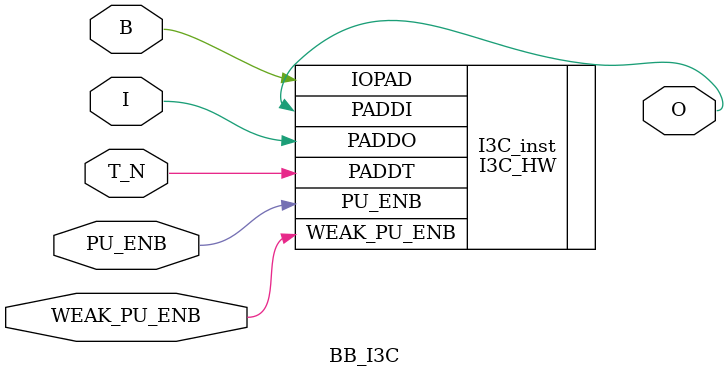
<source format=v>
`timescale 1ns/1ns
module BB_I3C (T_N, I, O, B, PU_ENB, WEAK_PU_ENB);

	//Port Type List [Expanded Bus/Bit]
	input T_N;
	input I;
	output O;
	inout B;
	input PU_ENB;
	input WEAK_PU_ENB;



	//IP Ports Tied Off for Simulation

	I3C_HW I3C_inst(.PADDT(T_N), .PADDO(I), .PADDI(O), .IOPAD(B), .PU_ENB(PU_ENB), .WEAK_PU_ENB(WEAK_PU_ENB));


endmodule

</source>
